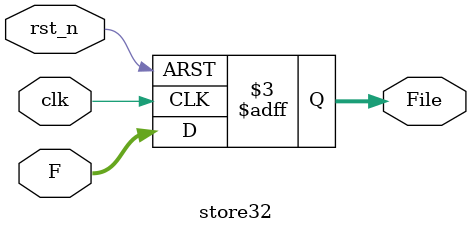
<source format=v>
`timescale 1ns / 1ps


module store32(input [31:0]F,input clk,input rst_n,
output reg[31:0]File
    );
    always @(negedge rst_n or posedge clk) begin
        if(!rst_n)
        File<=0;
        else
        File<=F;
    end
endmodule

</source>
